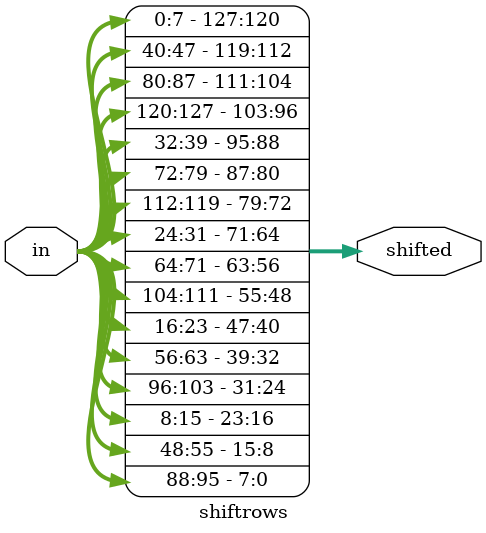
<source format=v>
module shiftrows (in, shifted);
	input [0:127] in;
	output [0:127] shifted;
	
	// First row (r = 0) is not shifted
	assign shifted[0+:8] = in[0+:8];
	assign shifted[32+:8] = in[32+:8];
	assign shifted[64+:8] = in[64+:8];
   assign shifted[96+:8] = in[96+:8];
	
	// Second row (r = 1) is cyclically left shifted by 1 offset
   assign shifted[8+:8] = in[40+:8];
   assign shifted[40+:8] = in[72+:8];
   assign shifted[72+:8] = in[104+:8];
   assign shifted[104+:8] = in[8+:8];
	
	// Third row (r = 2) is cyclically left shifted by 2 offsets
   assign shifted[16+:8] = in[80+:8];
   assign shifted[48+:8] = in[112+:8];
   assign shifted[80+:8] = in[16+:8];
   assign shifted[112+:8] = in[48+:8];
	
	// Fourth row (r = 3) is cyclically left shifted by 3 offsets
   assign shifted[24+:8] = in[120+:8];
   assign shifted[56+:8] = in[24+:8];
   assign shifted[88+:8] = in[56+:8];
   assign shifted[120+:8] = in[88+:8];

endmodule
</source>
